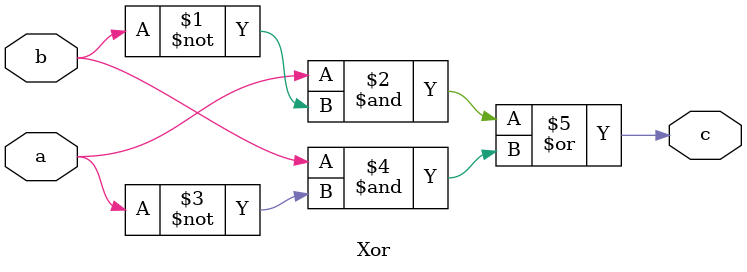
<source format=v>
`timescale 1ns / 1ps

module Xor(
    input a,
    input b,
    output c
    );

assign c = (a & (~b)) | (b & (~a));

endmodule

</source>
